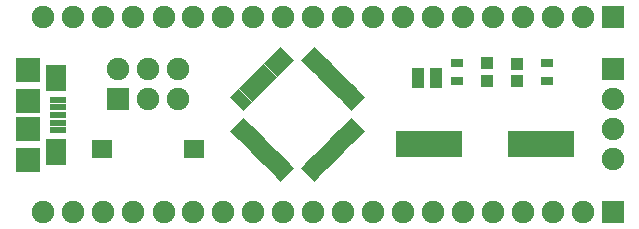
<source format=gbr>
%TF.GenerationSoftware,Altium Limited,Altium Designer,21.4.1 (30)*%
G04 Layer_Color=8388736*
%FSLAX45Y45*%
%MOMM*%
%TF.SameCoordinates,7FD8979F-C22B-4491-80EA-6B84785AAA14*%
%TF.FilePolarity,Negative*%
%TF.FileFunction,Soldermask,Top*%
%TF.Part,Single*%
G01*
G75*
%TA.AperFunction,SMDPad,CuDef*%
%ADD34R,1.00000X1.00000*%
%ADD35R,1.10000X0.80000*%
%TA.AperFunction,ComponentPad*%
%ADD38C,1.90000*%
%ADD39R,1.90000X1.90000*%
%ADD40R,1.90000X1.90000*%
%TA.AperFunction,ConnectorPad*%
%ADD53R,1.45000X0.50000*%
%TA.AperFunction,SMDPad,CuDef*%
G04:AMPARAMS|DCode=59|XSize=1.675mm|YSize=0.5mm|CornerRadius=0mm|HoleSize=0mm|Usage=FLASHONLY|Rotation=225.000|XOffset=0mm|YOffset=0mm|HoleType=Round|Shape=Rectangle|*
%AMROTATEDRECTD59*
4,1,4,0.41543,0.76898,0.76898,0.41543,-0.41543,-0.76898,-0.76898,-0.41543,0.41543,0.76898,0.0*
%
%ADD59ROTATEDRECTD59*%

G04:AMPARAMS|DCode=60|XSize=1.675mm|YSize=0.5mm|CornerRadius=0mm|HoleSize=0mm|Usage=FLASHONLY|Rotation=315.000|XOffset=0mm|YOffset=0mm|HoleType=Round|Shape=Rectangle|*
%AMROTATEDRECTD60*
4,1,4,-0.76898,0.41543,-0.41543,0.76898,0.76898,-0.41543,0.41543,-0.76898,-0.76898,0.41543,0.0*
%
%ADD60ROTATEDRECTD60*%

%ADD61R,2.10000X2.10000*%
%TA.AperFunction,ConnectorPad*%
%ADD62R,1.80000X2.30000*%
%TA.AperFunction,SMDPad,CuDef*%
%ADD63R,1.70000X1.60000*%
%ADD64R,1.00000X1.70000*%
%ADD65R,5.70000X2.20000*%
D34*
X4013200Y1573600D02*
D03*
X4267200Y1572400D02*
D03*
Y1422400D02*
D03*
X4013200Y1423600D02*
D03*
D35*
X4521200Y1423600D02*
D03*
X3759200Y1573600D02*
D03*
X4521200D02*
D03*
X3759200Y1423600D02*
D03*
D38*
X889000Y1524000D02*
D03*
X1397000Y1270000D02*
D03*
Y1524000D02*
D03*
X4826000Y1968500D02*
D03*
X4572000D02*
D03*
X4318000D02*
D03*
X4064000D02*
D03*
X3810000D02*
D03*
X3556000D02*
D03*
X3302000D02*
D03*
X3048000D02*
D03*
X2794000D02*
D03*
X2540000D02*
D03*
X2286000D02*
D03*
X2032000D02*
D03*
X1778000D02*
D03*
X1524000D02*
D03*
X1285240Y1963420D02*
D03*
X1016000Y1968500D02*
D03*
X762000D02*
D03*
X508000D02*
D03*
X254000D02*
D03*
X4826000Y317500D02*
D03*
X4572000D02*
D03*
X4318000D02*
D03*
X4064000D02*
D03*
X3810000D02*
D03*
X3556000D02*
D03*
X3302000D02*
D03*
X3048000D02*
D03*
X2794000D02*
D03*
X2540000D02*
D03*
X2286000D02*
D03*
X2032000D02*
D03*
X1778000D02*
D03*
X1524000D02*
D03*
X1285240Y312420D02*
D03*
X1016000Y317500D02*
D03*
X762000D02*
D03*
X508000D02*
D03*
X254000D02*
D03*
X5080000Y1270000D02*
D03*
Y1016000D02*
D03*
Y762000D02*
D03*
X1143000Y1270000D02*
D03*
Y1524000D02*
D03*
D39*
X5080000Y1968500D02*
D03*
Y317500D02*
D03*
X889000Y1270000D02*
D03*
D40*
X5080000Y1524000D02*
D03*
D53*
X382000Y1266000D02*
D03*
Y1071000D02*
D03*
Y1006000D02*
D03*
Y1201000D02*
D03*
Y1136000D02*
D03*
D59*
X2907126Y1248217D02*
D03*
X2871771Y1283573D02*
D03*
X2836415Y1318928D02*
D03*
X2801060Y1354284D02*
D03*
X2765705Y1389639D02*
D03*
X2730349Y1424994D02*
D03*
X2694994Y1460349D02*
D03*
X2659639Y1495705D02*
D03*
X2624284Y1531060D02*
D03*
X2588928Y1566415D02*
D03*
X2553573Y1601771D02*
D03*
X2518217Y1637126D02*
D03*
X1918874Y1037783D02*
D03*
X1954229Y1002427D02*
D03*
X1989585Y967072D02*
D03*
X2024940Y931716D02*
D03*
X2060295Y896361D02*
D03*
X2095651Y861006D02*
D03*
X2131006Y825651D02*
D03*
X2166361Y790295D02*
D03*
X2201716Y754940D02*
D03*
X2237072Y719585D02*
D03*
X2272427Y684229D02*
D03*
X2307783Y648874D02*
D03*
D60*
Y1637126D02*
D03*
X2272427Y1601771D02*
D03*
X2237072Y1566415D02*
D03*
X2201716Y1531060D02*
D03*
X2166361Y1495705D02*
D03*
X2131006Y1460349D02*
D03*
X2095651Y1424994D02*
D03*
X2060295Y1389639D02*
D03*
X2024940Y1354284D02*
D03*
X1989585Y1318928D02*
D03*
X1954229Y1283573D02*
D03*
X1918874Y1248217D02*
D03*
X2518217Y648874D02*
D03*
X2553573Y684229D02*
D03*
X2588928Y719585D02*
D03*
X2624284Y754940D02*
D03*
X2659639Y790295D02*
D03*
X2694994Y825651D02*
D03*
X2730349Y861006D02*
D03*
X2765705Y896361D02*
D03*
X2801060Y931716D02*
D03*
X2836415Y967072D02*
D03*
X2871771Y1002427D02*
D03*
X2907126Y1037783D02*
D03*
D61*
X127000Y756000D02*
D03*
Y1516000D02*
D03*
Y1016000D02*
D03*
Y1256000D02*
D03*
D62*
X369500Y826000D02*
D03*
Y1446000D02*
D03*
D63*
X1533000Y848360D02*
D03*
X753000D02*
D03*
D64*
X3584080Y1447800D02*
D03*
X3434080D02*
D03*
D65*
X4475500Y889000D02*
D03*
X3525500D02*
D03*
%TF.MD5,e749afa9ada0e0b92352948633c69f3f*%
M02*

</source>
